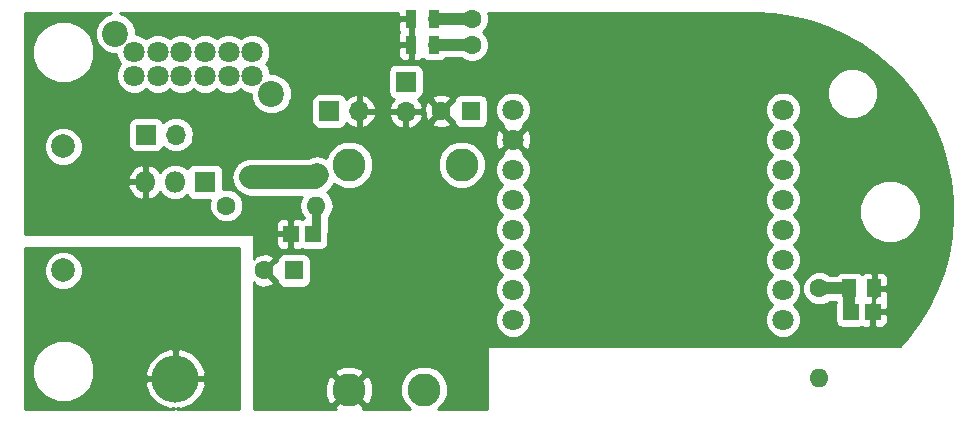
<source format=gbr>
G04 #@! TF.GenerationSoftware,KiCad,Pcbnew,5.0.0-rc2-unknown-9302bbc~65~ubuntu16.04.1*
G04 #@! TF.CreationDate,2018-06-15T14:22:43+03:00*
G04 #@! TF.ProjectId,cranklight,6372616E6B6C696768742E6B69636164,rev?*
G04 #@! TF.SameCoordinates,Original*
G04 #@! TF.FileFunction,Copper,L1,Top,Signal*
G04 #@! TF.FilePolarity,Positive*
%FSLAX46Y46*%
G04 Gerber Fmt 4.6, Leading zero omitted, Abs format (unit mm)*
G04 Created by KiCad (PCBNEW 5.0.0-rc2-unknown-9302bbc~65~ubuntu16.04.1) date Fri Jun 15 14:22:43 2018*
%MOMM*%
%LPD*%
G01*
G04 APERTURE LIST*
G04 #@! TA.AperFunction,ComponentPad*
%ADD10C,2.000000*%
G04 #@! TD*
G04 #@! TA.AperFunction,ComponentPad*
%ADD11O,1.700000X1.700000*%
G04 #@! TD*
G04 #@! TA.AperFunction,ComponentPad*
%ADD12R,1.700000X1.700000*%
G04 #@! TD*
G04 #@! TA.AperFunction,SMDPad,CuDef*
%ADD13R,1.325000X1.400000*%
G04 #@! TD*
G04 #@! TA.AperFunction,ComponentPad*
%ADD14O,1.800000X1.800000*%
G04 #@! TD*
G04 #@! TA.AperFunction,ComponentPad*
%ADD15R,1.800000X1.800000*%
G04 #@! TD*
G04 #@! TA.AperFunction,ComponentPad*
%ADD16O,4.000000X4.000000*%
G04 #@! TD*
G04 #@! TA.AperFunction,SMDPad,CuDef*
%ADD17R,0.970000X1.500000*%
G04 #@! TD*
G04 #@! TA.AperFunction,ComponentPad*
%ADD18C,2.200000*%
G04 #@! TD*
G04 #@! TA.AperFunction,ComponentPad*
%ADD19C,1.800000*%
G04 #@! TD*
G04 #@! TA.AperFunction,ComponentPad*
%ADD20C,2.800000*%
G04 #@! TD*
G04 #@! TA.AperFunction,ComponentPad*
%ADD21O,1.600000X1.600000*%
G04 #@! TD*
G04 #@! TA.AperFunction,ComponentPad*
%ADD22C,1.600000*%
G04 #@! TD*
G04 #@! TA.AperFunction,ComponentPad*
%ADD23R,1.600000X1.600000*%
G04 #@! TD*
G04 #@! TA.AperFunction,SMDPad,CuDef*
%ADD24R,1.145000X1.500000*%
G04 #@! TD*
G04 #@! TA.AperFunction,ViaPad*
%ADD25C,1.600000*%
G04 #@! TD*
G04 #@! TA.AperFunction,Conductor*
%ADD26C,0.800000*%
G04 #@! TD*
G04 #@! TA.AperFunction,Conductor*
%ADD27C,1.000000*%
G04 #@! TD*
G04 #@! TA.AperFunction,Conductor*
%ADD28C,2.000000*%
G04 #@! TD*
G04 #@! TA.AperFunction,Conductor*
%ADD29C,0.254000*%
G04 #@! TD*
G04 APERTURE END LIST*
D10*
G04 #@! TO.P,F1,2*
G04 #@! TO.N,+5V*
X104000000Y-122500000D03*
G04 #@! TO.P,F1,1*
G04 #@! TO.N,Net-(C4-Pad1)*
X104000000Y-112000000D03*
G04 #@! TD*
D11*
G04 #@! TO.P,J3,2*
G04 #@! TO.N,GND*
X129040000Y-109000000D03*
D12*
G04 #@! TO.P,J3,1*
G04 #@! TO.N,+BATT*
X126500000Y-109000000D03*
G04 #@! TD*
D13*
G04 #@! TO.P,R2,2*
G04 #@! TO.N,Net-(C1-Pad1)*
X170662500Y-126000000D03*
G04 #@! TO.P,R2,1*
G04 #@! TO.N,GND*
X172537500Y-126000000D03*
G04 #@! TD*
G04 #@! TO.P,R4,1*
G04 #@! TO.N,GND*
X123262500Y-119400000D03*
G04 #@! TO.P,R4,2*
G04 #@! TO.N,Net-(R3-Pad2)*
X125137500Y-119400000D03*
G04 #@! TD*
D14*
G04 #@! TO.P,Q1,3*
G04 #@! TO.N,GND*
X110920000Y-115000000D03*
G04 #@! TO.P,Q1,2*
G04 #@! TO.N,Net-(J2-Pad2)*
X113460000Y-115000000D03*
D15*
G04 #@! TO.P,Q1,1*
G04 #@! TO.N,Net-(Q1-Pad1)*
X116000000Y-115000000D03*
D16*
G04 #@! TO.P,Q1,2*
G04 #@! TO.N,Net-(J2-Pad2)*
X113460000Y-131660000D03*
G04 #@! TD*
D17*
G04 #@! TO.P,D1,2*
G04 #@! TO.N,Net-(D1-Pad2)*
X135355000Y-103400000D03*
G04 #@! TO.P,D1,1*
G04 #@! TO.N,GND*
X133445000Y-103400000D03*
G04 #@! TD*
G04 #@! TO.P,D2,1*
G04 #@! TO.N,GND*
X133445000Y-101200000D03*
G04 #@! TO.P,D2,2*
G04 #@! TO.N,Net-(D2-Pad2)*
X135355000Y-101200000D03*
G04 #@! TD*
D18*
G04 #@! TO.P,SW1,0*
G04 #@! TO.N,N/C*
X121600000Y-107550000D03*
X108400000Y-102450000D03*
D19*
G04 #@! TO.P,SW1,8*
X112000000Y-106000000D03*
G04 #@! TO.P,SW1,1*
X120000000Y-104000000D03*
G04 #@! TO.P,SW1,7*
X110000000Y-106000000D03*
G04 #@! TO.P,SW1,6*
G04 #@! TO.N,Net-(SW1-Pad6)*
X110000000Y-104000000D03*
G04 #@! TO.P,SW1,5*
G04 #@! TO.N,Net-(SW1-Pad5)*
X112000000Y-104000000D03*
G04 #@! TO.P,SW1,4*
G04 #@! TO.N,Net-(SW1-Pad4)*
X114000000Y-104000000D03*
G04 #@! TO.P,SW1,3*
G04 #@! TO.N,N/C*
X116000000Y-104000000D03*
G04 #@! TO.P,SW1,2*
X118000000Y-104000000D03*
G04 #@! TO.P,SW1,9*
X114000000Y-106000000D03*
G04 #@! TO.P,SW1,10*
G04 #@! TO.N,Net-(SW1-Pad10)*
X116000000Y-106000000D03*
G04 #@! TO.P,SW1,11*
G04 #@! TO.N,VCC*
X118000000Y-106000000D03*
G04 #@! TO.P,SW1,12*
G04 #@! TO.N,+BATT*
X120000000Y-106000000D03*
G04 #@! TD*
D20*
G04 #@! TO.P,U2,1*
G04 #@! TO.N,GND*
X128200000Y-132600000D03*
G04 #@! TO.P,U2,2*
G04 #@! TO.N,VCC*
X134540000Y-132600000D03*
G04 #@! TO.P,U2,3*
G04 #@! TO.N,Net-(U2-Pad3)*
X137720000Y-113540000D03*
G04 #@! TO.P,U2,4*
G04 #@! TO.N,+5V*
X128200000Y-113540000D03*
G04 #@! TD*
D21*
G04 #@! TO.P,R1,2*
G04 #@! TO.N,VCC*
X168000000Y-131620000D03*
D22*
G04 #@! TO.P,R1,1*
G04 #@! TO.N,Net-(C1-Pad1)*
X168000000Y-124000000D03*
G04 #@! TD*
G04 #@! TO.P,C5,2*
G04 #@! TO.N,GND*
X136000000Y-109000000D03*
D23*
G04 #@! TO.P,C5,1*
G04 #@! TO.N,+5V*
X138500000Y-109000000D03*
G04 #@! TD*
D21*
G04 #@! TO.P,R3,2*
G04 #@! TO.N,Net-(R3-Pad2)*
X125420000Y-117000000D03*
D22*
G04 #@! TO.P,R3,1*
G04 #@! TO.N,Net-(Q1-Pad1)*
X117800000Y-117000000D03*
G04 #@! TD*
G04 #@! TO.P,C3,2*
G04 #@! TO.N,GND*
X121000000Y-122500000D03*
D23*
G04 #@! TO.P,C3,1*
G04 #@! TO.N,VCC*
X123500000Y-122500000D03*
G04 #@! TD*
D12*
G04 #@! TO.P,J2,1*
G04 #@! TO.N,Net-(C4-Pad1)*
X111000000Y-111000000D03*
D11*
G04 #@! TO.P,J2,2*
G04 #@! TO.N,Net-(J2-Pad2)*
X113540000Y-111000000D03*
G04 #@! TD*
D12*
G04 #@! TO.P,J1,1*
G04 #@! TO.N,+BATT*
X133000000Y-106500000D03*
D11*
G04 #@! TO.P,J1,2*
G04 #@! TO.N,GND*
X133000000Y-109040000D03*
G04 #@! TD*
D24*
G04 #@! TO.P,C1,1*
G04 #@! TO.N,Net-(C1-Pad1)*
X170557500Y-124000000D03*
G04 #@! TO.P,C1,2*
G04 #@! TO.N,GND*
X172642500Y-124000000D03*
G04 #@! TD*
D19*
G04 #@! TO.P,U1,8*
G04 #@! TO.N,Net-(U1-Pad8)*
X142070000Y-126660000D03*
G04 #@! TO.P,U1,7*
G04 #@! TO.N,Net-(U1-Pad7)*
X142070000Y-124120000D03*
G04 #@! TO.P,U1,6*
G04 #@! TO.N,Net-(U1-Pad6)*
X142070000Y-121580000D03*
G04 #@! TO.P,U1,5*
G04 #@! TO.N,Net-(U1-Pad5)*
X142070000Y-119040000D03*
G04 #@! TO.P,U1,4*
G04 #@! TO.N,Net-(R6-Pad2)*
X142070000Y-116500000D03*
G04 #@! TO.P,U1,3*
G04 #@! TO.N,Net-(R5-Pad2)*
X142070000Y-113960000D03*
G04 #@! TO.P,U1,2*
G04 #@! TO.N,GND*
X142070000Y-111420000D03*
G04 #@! TO.P,U1,1*
G04 #@! TO.N,+5V*
X142070000Y-108880000D03*
G04 #@! TO.P,U1,16*
G04 #@! TO.N,Net-(U1-Pad16)*
X164930000Y-108880000D03*
G04 #@! TO.P,U1,15*
G04 #@! TO.N,Net-(U1-Pad15)*
X164930000Y-111420000D03*
G04 #@! TO.P,U1,14*
G04 #@! TO.N,Net-(U1-Pad14)*
X164930000Y-113960000D03*
G04 #@! TO.P,U1,13*
G04 #@! TO.N,Net-(U1-Pad13)*
X164930000Y-116500000D03*
G04 #@! TO.P,U1,12*
G04 #@! TO.N,Net-(U1-Pad12)*
X164930000Y-119040000D03*
G04 #@! TO.P,U1,11*
G04 #@! TO.N,Net-(R3-Pad2)*
X164930000Y-121580000D03*
G04 #@! TO.P,U1,10*
G04 #@! TO.N,Net-(C1-Pad1)*
X164930000Y-124120000D03*
G04 #@! TO.P,U1,9*
G04 #@! TO.N,Net-(U1-Pad9)*
X164930000Y-126660000D03*
G04 #@! TD*
D25*
G04 #@! TO.N,GND*
X146200000Y-111000000D03*
X131000000Y-132500000D03*
G04 #@! TO.N,+5V*
X119900000Y-114600000D03*
X125500000Y-114400000D03*
G04 #@! TO.N,Net-(D2-Pad2)*
X138600000Y-101200000D03*
G04 #@! TO.N,Net-(D1-Pad2)*
X138600000Y-103400000D03*
G04 #@! TD*
D26*
G04 #@! TO.N,Net-(R3-Pad2)*
X125420000Y-117000000D02*
X125420000Y-119222500D01*
X125420000Y-119222500D02*
X125242500Y-119400000D01*
D27*
G04 #@! TO.N,Net-(C1-Pad1)*
X170557500Y-126000000D02*
X170557500Y-124000000D01*
X168100000Y-124000000D02*
X170557500Y-124000000D01*
D28*
G04 #@! TO.N,+5V*
X119900000Y-114600000D02*
X125300000Y-114600000D01*
X125300000Y-114600000D02*
X125500000Y-114400000D01*
D27*
G04 #@! TO.N,Net-(D2-Pad2)*
X138600000Y-101200000D02*
X135355000Y-101200000D01*
G04 #@! TO.N,Net-(D1-Pad2)*
X138600000Y-103400000D02*
X135355000Y-103400000D01*
G04 #@! TD*
D29*
G04 #@! TO.N,Net-(J2-Pad2)*
G36*
X118873000Y-134265000D02*
X113587002Y-134265000D01*
X113587002Y-134133194D01*
X113997163Y-134239672D01*
X114943472Y-133837743D01*
X115663936Y-133104272D01*
X116039667Y-132197162D01*
X115932991Y-131787000D01*
X113587000Y-131787000D01*
X113587000Y-131807000D01*
X113333000Y-131807000D01*
X113333000Y-131787000D01*
X110987009Y-131787000D01*
X110880333Y-132197162D01*
X111256064Y-133104272D01*
X111976528Y-133837743D01*
X112922837Y-134239672D01*
X113332998Y-134133194D01*
X113332998Y-134265000D01*
X100735000Y-134265000D01*
X100735000Y-130475866D01*
X101365000Y-130475866D01*
X101365000Y-131524134D01*
X101766155Y-132492608D01*
X102507392Y-133233845D01*
X103475866Y-133635000D01*
X104524134Y-133635000D01*
X105492608Y-133233845D01*
X106233845Y-132492608D01*
X106635000Y-131524134D01*
X106635000Y-131122838D01*
X110880333Y-131122838D01*
X110987009Y-131533000D01*
X113333000Y-131533000D01*
X113333000Y-129186807D01*
X113587000Y-129186807D01*
X113587000Y-131533000D01*
X115932991Y-131533000D01*
X116039667Y-131122838D01*
X115663936Y-130215728D01*
X114943472Y-129482257D01*
X113997163Y-129080328D01*
X113587000Y-129186807D01*
X113333000Y-129186807D01*
X112922837Y-129080328D01*
X111976528Y-129482257D01*
X111256064Y-130215728D01*
X110880333Y-131122838D01*
X106635000Y-131122838D01*
X106635000Y-130475866D01*
X106233845Y-129507392D01*
X105492608Y-128766155D01*
X104524134Y-128365000D01*
X103475866Y-128365000D01*
X102507392Y-128766155D01*
X101766155Y-129507392D01*
X101365000Y-130475866D01*
X100735000Y-130475866D01*
X100735000Y-122174778D01*
X102365000Y-122174778D01*
X102365000Y-122825222D01*
X102613914Y-123426153D01*
X103073847Y-123886086D01*
X103674778Y-124135000D01*
X104325222Y-124135000D01*
X104926153Y-123886086D01*
X105386086Y-123426153D01*
X105635000Y-122825222D01*
X105635000Y-122174778D01*
X105386086Y-121573847D01*
X104926153Y-121113914D01*
X104325222Y-120865000D01*
X103674778Y-120865000D01*
X103073847Y-121113914D01*
X102613914Y-121573847D01*
X102365000Y-122174778D01*
X100735000Y-122174778D01*
X100735000Y-120627000D01*
X118873000Y-120627000D01*
X118873000Y-134265000D01*
X118873000Y-134265000D01*
G37*
X118873000Y-134265000D02*
X113587002Y-134265000D01*
X113587002Y-134133194D01*
X113997163Y-134239672D01*
X114943472Y-133837743D01*
X115663936Y-133104272D01*
X116039667Y-132197162D01*
X115932991Y-131787000D01*
X113587000Y-131787000D01*
X113587000Y-131807000D01*
X113333000Y-131807000D01*
X113333000Y-131787000D01*
X110987009Y-131787000D01*
X110880333Y-132197162D01*
X111256064Y-133104272D01*
X111976528Y-133837743D01*
X112922837Y-134239672D01*
X113332998Y-134133194D01*
X113332998Y-134265000D01*
X100735000Y-134265000D01*
X100735000Y-130475866D01*
X101365000Y-130475866D01*
X101365000Y-131524134D01*
X101766155Y-132492608D01*
X102507392Y-133233845D01*
X103475866Y-133635000D01*
X104524134Y-133635000D01*
X105492608Y-133233845D01*
X106233845Y-132492608D01*
X106635000Y-131524134D01*
X106635000Y-131122838D01*
X110880333Y-131122838D01*
X110987009Y-131533000D01*
X113333000Y-131533000D01*
X113333000Y-129186807D01*
X113587000Y-129186807D01*
X113587000Y-131533000D01*
X115932991Y-131533000D01*
X116039667Y-131122838D01*
X115663936Y-130215728D01*
X114943472Y-129482257D01*
X113997163Y-129080328D01*
X113587000Y-129186807D01*
X113333000Y-129186807D01*
X112922837Y-129080328D01*
X111976528Y-129482257D01*
X111256064Y-130215728D01*
X110880333Y-131122838D01*
X106635000Y-131122838D01*
X106635000Y-130475866D01*
X106233845Y-129507392D01*
X105492608Y-128766155D01*
X104524134Y-128365000D01*
X103475866Y-128365000D01*
X102507392Y-128766155D01*
X101766155Y-129507392D01*
X101365000Y-130475866D01*
X100735000Y-130475866D01*
X100735000Y-122174778D01*
X102365000Y-122174778D01*
X102365000Y-122825222D01*
X102613914Y-123426153D01*
X103073847Y-123886086D01*
X103674778Y-124135000D01*
X104325222Y-124135000D01*
X104926153Y-123886086D01*
X105386086Y-123426153D01*
X105635000Y-122825222D01*
X105635000Y-122174778D01*
X105386086Y-121573847D01*
X104926153Y-121113914D01*
X104325222Y-120865000D01*
X103674778Y-120865000D01*
X103073847Y-121113914D01*
X102613914Y-121573847D01*
X102365000Y-122174778D01*
X100735000Y-122174778D01*
X100735000Y-120627000D01*
X118873000Y-120627000D01*
X118873000Y-134265000D01*
G04 #@! TO.N,GND*
G36*
X164080004Y-100785301D02*
X165645984Y-101008172D01*
X167184041Y-101377428D01*
X168680527Y-101889788D01*
X170122140Y-102540702D01*
X171496109Y-103324400D01*
X172790227Y-104233921D01*
X173993008Y-105261194D01*
X175093769Y-106397090D01*
X176082759Y-107631553D01*
X176951179Y-108953596D01*
X177691334Y-110351505D01*
X178296643Y-111812851D01*
X178761747Y-113324693D01*
X179082508Y-114873590D01*
X179256082Y-116445799D01*
X179280927Y-118027360D01*
X179156824Y-119604239D01*
X178884871Y-121162455D01*
X178467487Y-122688157D01*
X177908376Y-124167801D01*
X177212497Y-125588264D01*
X176386026Y-126936943D01*
X175436312Y-128201844D01*
X174825607Y-128873000D01*
X140000000Y-128873000D01*
X139951399Y-128882667D01*
X139910197Y-128910197D01*
X139882667Y-128951399D01*
X139873000Y-129000000D01*
X139873000Y-134265000D01*
X135752925Y-134265000D01*
X136265190Y-133752735D01*
X136575000Y-133004787D01*
X136575000Y-132195213D01*
X136265190Y-131447265D01*
X135692735Y-130874810D01*
X134944787Y-130565000D01*
X134135213Y-130565000D01*
X133387265Y-130874810D01*
X132814810Y-131447265D01*
X132505000Y-132195213D01*
X132505000Y-133004787D01*
X132814810Y-133752735D01*
X133327075Y-134265000D01*
X129355272Y-134265000D01*
X129462118Y-134041724D01*
X128200000Y-132779605D01*
X126937882Y-134041724D01*
X127044728Y-134265000D01*
X120127000Y-134265000D01*
X120127000Y-132240031D01*
X126156595Y-132240031D01*
X126174386Y-133049409D01*
X126449894Y-133714545D01*
X126758276Y-133862118D01*
X128020395Y-132600000D01*
X128379605Y-132600000D01*
X129641724Y-133862118D01*
X129950106Y-133714545D01*
X130243405Y-132959969D01*
X130225614Y-132150591D01*
X129950106Y-131485455D01*
X129641724Y-131337882D01*
X128379605Y-132600000D01*
X128020395Y-132600000D01*
X126758276Y-131337882D01*
X126449894Y-131485455D01*
X126156595Y-132240031D01*
X120127000Y-132240031D01*
X120127000Y-131158276D01*
X126937882Y-131158276D01*
X128200000Y-132420395D01*
X129462118Y-131158276D01*
X129314545Y-130849894D01*
X128559969Y-130556595D01*
X127750591Y-130574386D01*
X127085455Y-130849894D01*
X126937882Y-131158276D01*
X120127000Y-131158276D01*
X120127000Y-123552608D01*
X120171861Y-123507747D01*
X120245995Y-123753864D01*
X120783223Y-123946965D01*
X121353454Y-123919778D01*
X121754005Y-123753864D01*
X121828139Y-123507745D01*
X121000000Y-122679605D01*
X120985858Y-122693748D01*
X120806252Y-122514142D01*
X120820395Y-122500000D01*
X121179605Y-122500000D01*
X122007745Y-123328139D01*
X122055307Y-123313813D01*
X122101843Y-123547765D01*
X122242191Y-123757809D01*
X122452235Y-123898157D01*
X122700000Y-123947440D01*
X124300000Y-123947440D01*
X124547765Y-123898157D01*
X124757809Y-123757809D01*
X124898157Y-123547765D01*
X124947440Y-123300000D01*
X124947440Y-121700000D01*
X124898157Y-121452235D01*
X124757809Y-121242191D01*
X124547765Y-121101843D01*
X124300000Y-121052560D01*
X122700000Y-121052560D01*
X122452235Y-121101843D01*
X122242191Y-121242191D01*
X122101843Y-121452235D01*
X122055307Y-121686187D01*
X122007745Y-121671861D01*
X121179605Y-122500000D01*
X120820395Y-122500000D01*
X120806252Y-122485858D01*
X120985858Y-122306252D01*
X121000000Y-122320395D01*
X121828139Y-121492255D01*
X121754005Y-121246136D01*
X121216777Y-121053035D01*
X120646546Y-121080222D01*
X120245995Y-121246136D01*
X120171861Y-121492253D01*
X120127000Y-121447392D01*
X120127000Y-119685750D01*
X121965000Y-119685750D01*
X121965000Y-120226310D01*
X122061673Y-120459699D01*
X122240302Y-120638327D01*
X122473691Y-120735000D01*
X122976750Y-120735000D01*
X123135500Y-120576250D01*
X123135500Y-119527000D01*
X122123750Y-119527000D01*
X121965000Y-119685750D01*
X120127000Y-119685750D01*
X120127000Y-119500000D01*
X120117333Y-119451399D01*
X120089803Y-119410197D01*
X120048601Y-119382667D01*
X120000000Y-119373000D01*
X100735000Y-119373000D01*
X100735000Y-118573690D01*
X121965000Y-118573690D01*
X121965000Y-119114250D01*
X122123750Y-119273000D01*
X123135500Y-119273000D01*
X123135500Y-118223750D01*
X122976750Y-118065000D01*
X122473691Y-118065000D01*
X122240302Y-118161673D01*
X122061673Y-118340301D01*
X121965000Y-118573690D01*
X100735000Y-118573690D01*
X100735000Y-115364740D01*
X109428964Y-115364740D01*
X109607760Y-115796417D01*
X110012424Y-116237966D01*
X110555258Y-116491046D01*
X110793000Y-116370997D01*
X110793000Y-115127000D01*
X109549622Y-115127000D01*
X109428964Y-115364740D01*
X100735000Y-115364740D01*
X100735000Y-114635260D01*
X109428964Y-114635260D01*
X109549622Y-114873000D01*
X110793000Y-114873000D01*
X110793000Y-113629003D01*
X111047000Y-113629003D01*
X111047000Y-114873000D01*
X111067000Y-114873000D01*
X111067000Y-115127000D01*
X111047000Y-115127000D01*
X111047000Y-116370997D01*
X111284742Y-116491046D01*
X111827576Y-116237966D01*
X112182376Y-115850826D01*
X112353327Y-116106673D01*
X112861073Y-116445938D01*
X113308818Y-116535000D01*
X113611182Y-116535000D01*
X114058927Y-116445938D01*
X114502871Y-116149304D01*
X114642191Y-116357809D01*
X114852235Y-116498157D01*
X115100000Y-116547440D01*
X116434224Y-116547440D01*
X116365000Y-116714561D01*
X116365000Y-117285439D01*
X116583466Y-117812862D01*
X116987138Y-118216534D01*
X117514561Y-118435000D01*
X118085439Y-118435000D01*
X118612862Y-118216534D01*
X119016534Y-117812862D01*
X119235000Y-117285439D01*
X119235000Y-116714561D01*
X119016534Y-116187138D01*
X118612862Y-115783466D01*
X118085439Y-115565000D01*
X117547440Y-115565000D01*
X117547440Y-114600000D01*
X118232969Y-114600000D01*
X118359864Y-115237945D01*
X118721231Y-115778769D01*
X119262055Y-116140136D01*
X119738969Y-116235000D01*
X124205297Y-116235000D01*
X124068260Y-116440091D01*
X123956887Y-117000000D01*
X124068260Y-117559909D01*
X124385000Y-118033945D01*
X124385000Y-118070462D01*
X124227235Y-118101843D01*
X124193950Y-118124084D01*
X124051309Y-118065000D01*
X123548250Y-118065000D01*
X123389500Y-118223750D01*
X123389500Y-119273000D01*
X123409500Y-119273000D01*
X123409500Y-119527000D01*
X123389500Y-119527000D01*
X123389500Y-120576250D01*
X123548250Y-120735000D01*
X124051309Y-120735000D01*
X124193950Y-120675916D01*
X124227235Y-120698157D01*
X124475000Y-120747440D01*
X125800000Y-120747440D01*
X126047765Y-120698157D01*
X126257809Y-120557809D01*
X126398157Y-120347765D01*
X126447440Y-120100000D01*
X126447440Y-119362442D01*
X126455000Y-119324435D01*
X126455000Y-119324434D01*
X126475276Y-119222500D01*
X126455000Y-119120566D01*
X126455000Y-118033944D01*
X126771740Y-117559909D01*
X126883113Y-117000000D01*
X126771740Y-116440091D01*
X126454577Y-115965423D01*
X126326999Y-115880178D01*
X126478769Y-115778769D01*
X126569988Y-115642250D01*
X126769985Y-115442253D01*
X126951970Y-115169895D01*
X127047265Y-115265190D01*
X127795213Y-115575000D01*
X128604787Y-115575000D01*
X129352735Y-115265190D01*
X129925190Y-114692735D01*
X130235000Y-113944787D01*
X130235000Y-113135213D01*
X135685000Y-113135213D01*
X135685000Y-113944787D01*
X135994810Y-114692735D01*
X136567265Y-115265190D01*
X137315213Y-115575000D01*
X138124787Y-115575000D01*
X138872735Y-115265190D01*
X139445190Y-114692735D01*
X139755000Y-113944787D01*
X139755000Y-113654670D01*
X140535000Y-113654670D01*
X140535000Y-114265330D01*
X140768690Y-114829507D01*
X141169183Y-115230000D01*
X140768690Y-115630493D01*
X140535000Y-116194670D01*
X140535000Y-116805330D01*
X140768690Y-117369507D01*
X141169183Y-117770000D01*
X140768690Y-118170493D01*
X140535000Y-118734670D01*
X140535000Y-119345330D01*
X140768690Y-119909507D01*
X141169183Y-120310000D01*
X140768690Y-120710493D01*
X140535000Y-121274670D01*
X140535000Y-121885330D01*
X140768690Y-122449507D01*
X141169183Y-122850000D01*
X140768690Y-123250493D01*
X140535000Y-123814670D01*
X140535000Y-124425330D01*
X140768690Y-124989507D01*
X141169183Y-125390000D01*
X140768690Y-125790493D01*
X140535000Y-126354670D01*
X140535000Y-126965330D01*
X140768690Y-127529507D01*
X141200493Y-127961310D01*
X141764670Y-128195000D01*
X142375330Y-128195000D01*
X142939507Y-127961310D01*
X143371310Y-127529507D01*
X143605000Y-126965330D01*
X143605000Y-126354670D01*
X143371310Y-125790493D01*
X142970817Y-125390000D01*
X143371310Y-124989507D01*
X143605000Y-124425330D01*
X143605000Y-123814670D01*
X143371310Y-123250493D01*
X142970817Y-122850000D01*
X143371310Y-122449507D01*
X143605000Y-121885330D01*
X143605000Y-121274670D01*
X143371310Y-120710493D01*
X142970817Y-120310000D01*
X143371310Y-119909507D01*
X143605000Y-119345330D01*
X143605000Y-118734670D01*
X143371310Y-118170493D01*
X142970817Y-117770000D01*
X143371310Y-117369507D01*
X143605000Y-116805330D01*
X143605000Y-116194670D01*
X143371310Y-115630493D01*
X142970817Y-115230000D01*
X143371310Y-114829507D01*
X143605000Y-114265330D01*
X143605000Y-113654670D01*
X143371310Y-113090493D01*
X142939507Y-112658690D01*
X142919885Y-112650562D01*
X142970554Y-112500159D01*
X142070000Y-111599605D01*
X141169446Y-112500159D01*
X141220115Y-112650562D01*
X141200493Y-112658690D01*
X140768690Y-113090493D01*
X140535000Y-113654670D01*
X139755000Y-113654670D01*
X139755000Y-113135213D01*
X139445190Y-112387265D01*
X138872735Y-111814810D01*
X138124787Y-111505000D01*
X137315213Y-111505000D01*
X136567265Y-111814810D01*
X135994810Y-112387265D01*
X135685000Y-113135213D01*
X130235000Y-113135213D01*
X129925190Y-112387265D01*
X129352735Y-111814810D01*
X128604787Y-111505000D01*
X127795213Y-111505000D01*
X127047265Y-111814810D01*
X126474810Y-112387265D01*
X126248465Y-112933711D01*
X126137945Y-112859864D01*
X125500000Y-112732969D01*
X124862055Y-112859864D01*
X124704708Y-112965000D01*
X119738969Y-112965000D01*
X119262055Y-113059864D01*
X118721231Y-113421231D01*
X118359864Y-113962055D01*
X118232969Y-114600000D01*
X117547440Y-114600000D01*
X117547440Y-114100000D01*
X117498157Y-113852235D01*
X117357809Y-113642191D01*
X117147765Y-113501843D01*
X116900000Y-113452560D01*
X115100000Y-113452560D01*
X114852235Y-113501843D01*
X114642191Y-113642191D01*
X114502871Y-113850696D01*
X114058927Y-113554062D01*
X113611182Y-113465000D01*
X113308818Y-113465000D01*
X112861073Y-113554062D01*
X112353327Y-113893327D01*
X112182376Y-114149174D01*
X111827576Y-113762034D01*
X111284742Y-113508954D01*
X111047000Y-113629003D01*
X110793000Y-113629003D01*
X110555258Y-113508954D01*
X110012424Y-113762034D01*
X109607760Y-114203583D01*
X109428964Y-114635260D01*
X100735000Y-114635260D01*
X100735000Y-111674778D01*
X102365000Y-111674778D01*
X102365000Y-112325222D01*
X102613914Y-112926153D01*
X103073847Y-113386086D01*
X103674778Y-113635000D01*
X104325222Y-113635000D01*
X104926153Y-113386086D01*
X105386086Y-112926153D01*
X105635000Y-112325222D01*
X105635000Y-111674778D01*
X105386086Y-111073847D01*
X104926153Y-110613914D01*
X104325222Y-110365000D01*
X103674778Y-110365000D01*
X103073847Y-110613914D01*
X102613914Y-111073847D01*
X102365000Y-111674778D01*
X100735000Y-111674778D01*
X100735000Y-110150000D01*
X109502560Y-110150000D01*
X109502560Y-111850000D01*
X109551843Y-112097765D01*
X109692191Y-112307809D01*
X109902235Y-112448157D01*
X110150000Y-112497440D01*
X111850000Y-112497440D01*
X112097765Y-112448157D01*
X112307809Y-112307809D01*
X112448157Y-112097765D01*
X112457184Y-112052381D01*
X112469375Y-112070625D01*
X112960582Y-112398839D01*
X113393744Y-112485000D01*
X113686256Y-112485000D01*
X114119418Y-112398839D01*
X114610625Y-112070625D01*
X114938839Y-111579418D01*
X115018419Y-111179336D01*
X140523542Y-111179336D01*
X140549161Y-111789460D01*
X140733357Y-112234148D01*
X140989841Y-112320554D01*
X141890395Y-111420000D01*
X142249605Y-111420000D01*
X143150159Y-112320554D01*
X143406643Y-112234148D01*
X143616458Y-111660664D01*
X143590839Y-111050540D01*
X143406643Y-110605852D01*
X143150159Y-110519446D01*
X142249605Y-111420000D01*
X141890395Y-111420000D01*
X140989841Y-110519446D01*
X140733357Y-110605852D01*
X140523542Y-111179336D01*
X115018419Y-111179336D01*
X115054092Y-111000000D01*
X114938839Y-110420582D01*
X114610625Y-109929375D01*
X114119418Y-109601161D01*
X113686256Y-109515000D01*
X113393744Y-109515000D01*
X112960582Y-109601161D01*
X112469375Y-109929375D01*
X112457184Y-109947619D01*
X112448157Y-109902235D01*
X112307809Y-109692191D01*
X112097765Y-109551843D01*
X111850000Y-109502560D01*
X110150000Y-109502560D01*
X109902235Y-109551843D01*
X109692191Y-109692191D01*
X109551843Y-109902235D01*
X109502560Y-110150000D01*
X100735000Y-110150000D01*
X100735000Y-103475866D01*
X101365000Y-103475866D01*
X101365000Y-104524134D01*
X101766155Y-105492608D01*
X102507392Y-106233845D01*
X103475866Y-106635000D01*
X104524134Y-106635000D01*
X105492608Y-106233845D01*
X106233845Y-105492608D01*
X106635000Y-104524134D01*
X106635000Y-103475866D01*
X106233845Y-102507392D01*
X105492608Y-101766155D01*
X104524134Y-101365000D01*
X103475866Y-101365000D01*
X102507392Y-101766155D01*
X101766155Y-102507392D01*
X101365000Y-103475866D01*
X100735000Y-103475866D01*
X100735000Y-100735000D01*
X108006603Y-100735000D01*
X107417201Y-100979138D01*
X106929138Y-101467201D01*
X106665000Y-102104887D01*
X106665000Y-102795113D01*
X106929138Y-103432799D01*
X107417201Y-103920862D01*
X108054887Y-104185000D01*
X108465000Y-104185000D01*
X108465000Y-104305330D01*
X108698690Y-104869507D01*
X108829183Y-105000000D01*
X108698690Y-105130493D01*
X108465000Y-105694670D01*
X108465000Y-106305330D01*
X108698690Y-106869507D01*
X109130493Y-107301310D01*
X109694670Y-107535000D01*
X110305330Y-107535000D01*
X110869507Y-107301310D01*
X111000000Y-107170817D01*
X111130493Y-107301310D01*
X111694670Y-107535000D01*
X112305330Y-107535000D01*
X112869507Y-107301310D01*
X113000000Y-107170817D01*
X113130493Y-107301310D01*
X113694670Y-107535000D01*
X114305330Y-107535000D01*
X114869507Y-107301310D01*
X115000000Y-107170817D01*
X115130493Y-107301310D01*
X115694670Y-107535000D01*
X116305330Y-107535000D01*
X116869507Y-107301310D01*
X117000000Y-107170817D01*
X117130493Y-107301310D01*
X117694670Y-107535000D01*
X118305330Y-107535000D01*
X118869507Y-107301310D01*
X119000000Y-107170817D01*
X119130493Y-107301310D01*
X119694670Y-107535000D01*
X119865000Y-107535000D01*
X119865000Y-107895113D01*
X120129138Y-108532799D01*
X120617201Y-109020862D01*
X121254887Y-109285000D01*
X121945113Y-109285000D01*
X122582799Y-109020862D01*
X123070862Y-108532799D01*
X123229422Y-108150000D01*
X125002560Y-108150000D01*
X125002560Y-109850000D01*
X125051843Y-110097765D01*
X125192191Y-110307809D01*
X125402235Y-110448157D01*
X125650000Y-110497440D01*
X127350000Y-110497440D01*
X127597765Y-110448157D01*
X127807809Y-110307809D01*
X127948157Y-110097765D01*
X127968739Y-109994292D01*
X128273076Y-110271645D01*
X128683110Y-110441476D01*
X128913000Y-110320155D01*
X128913000Y-109127000D01*
X129167000Y-109127000D01*
X129167000Y-110320155D01*
X129396890Y-110441476D01*
X129806924Y-110271645D01*
X130235183Y-109881358D01*
X130462701Y-109396890D01*
X131558524Y-109396890D01*
X131728355Y-109806924D01*
X132118642Y-110235183D01*
X132643108Y-110481486D01*
X132873000Y-110360819D01*
X132873000Y-109167000D01*
X133127000Y-109167000D01*
X133127000Y-110360819D01*
X133356892Y-110481486D01*
X133881358Y-110235183D01*
X134088629Y-110007745D01*
X135171861Y-110007745D01*
X135245995Y-110253864D01*
X135783223Y-110446965D01*
X136353454Y-110419778D01*
X136754005Y-110253864D01*
X136828139Y-110007745D01*
X136000000Y-109179605D01*
X135171861Y-110007745D01*
X134088629Y-110007745D01*
X134271645Y-109806924D01*
X134441476Y-109396890D01*
X134320155Y-109167000D01*
X133127000Y-109167000D01*
X132873000Y-109167000D01*
X131679845Y-109167000D01*
X131558524Y-109396890D01*
X130462701Y-109396890D01*
X130481486Y-109356892D01*
X130360819Y-109127000D01*
X129167000Y-109127000D01*
X128913000Y-109127000D01*
X128893000Y-109127000D01*
X128893000Y-108873000D01*
X128913000Y-108873000D01*
X128913000Y-107679845D01*
X129167000Y-107679845D01*
X129167000Y-108873000D01*
X130360819Y-108873000D01*
X130481486Y-108643108D01*
X130235183Y-108118642D01*
X129806924Y-107728355D01*
X129396890Y-107558524D01*
X129167000Y-107679845D01*
X128913000Y-107679845D01*
X128683110Y-107558524D01*
X128273076Y-107728355D01*
X127968739Y-108005708D01*
X127948157Y-107902235D01*
X127807809Y-107692191D01*
X127597765Y-107551843D01*
X127350000Y-107502560D01*
X125650000Y-107502560D01*
X125402235Y-107551843D01*
X125192191Y-107692191D01*
X125051843Y-107902235D01*
X125002560Y-108150000D01*
X123229422Y-108150000D01*
X123335000Y-107895113D01*
X123335000Y-107204887D01*
X123070862Y-106567201D01*
X122582799Y-106079138D01*
X121945113Y-105815000D01*
X121535000Y-105815000D01*
X121535000Y-105694670D01*
X121516498Y-105650000D01*
X131502560Y-105650000D01*
X131502560Y-107350000D01*
X131551843Y-107597765D01*
X131692191Y-107807809D01*
X131902235Y-107948157D01*
X132005708Y-107968739D01*
X131728355Y-108273076D01*
X131558524Y-108683110D01*
X131679845Y-108913000D01*
X132873000Y-108913000D01*
X132873000Y-108893000D01*
X133127000Y-108893000D01*
X133127000Y-108913000D01*
X134320155Y-108913000D01*
X134388642Y-108783223D01*
X134553035Y-108783223D01*
X134580222Y-109353454D01*
X134746136Y-109754005D01*
X134992255Y-109828139D01*
X135820395Y-109000000D01*
X136179605Y-109000000D01*
X137007745Y-109828139D01*
X137055307Y-109813813D01*
X137101843Y-110047765D01*
X137242191Y-110257809D01*
X137452235Y-110398157D01*
X137700000Y-110447440D01*
X139300000Y-110447440D01*
X139547765Y-110398157D01*
X139757809Y-110257809D01*
X139898157Y-110047765D01*
X139947440Y-109800000D01*
X139947440Y-108574670D01*
X140535000Y-108574670D01*
X140535000Y-109185330D01*
X140768690Y-109749507D01*
X141200493Y-110181310D01*
X141220115Y-110189438D01*
X141169446Y-110339841D01*
X142070000Y-111240395D01*
X142970554Y-110339841D01*
X142919885Y-110189438D01*
X142939507Y-110181310D01*
X143371310Y-109749507D01*
X143605000Y-109185330D01*
X143605000Y-108574670D01*
X163395000Y-108574670D01*
X163395000Y-109185330D01*
X163628690Y-109749507D01*
X164029183Y-110150000D01*
X163628690Y-110550493D01*
X163395000Y-111114670D01*
X163395000Y-111725330D01*
X163628690Y-112289507D01*
X164029183Y-112690000D01*
X163628690Y-113090493D01*
X163395000Y-113654670D01*
X163395000Y-114265330D01*
X163628690Y-114829507D01*
X164029183Y-115230000D01*
X163628690Y-115630493D01*
X163395000Y-116194670D01*
X163395000Y-116805330D01*
X163628690Y-117369507D01*
X164029183Y-117770000D01*
X163628690Y-118170493D01*
X163395000Y-118734670D01*
X163395000Y-119345330D01*
X163628690Y-119909507D01*
X164029183Y-120310000D01*
X163628690Y-120710493D01*
X163395000Y-121274670D01*
X163395000Y-121885330D01*
X163628690Y-122449507D01*
X164029183Y-122850000D01*
X163628690Y-123250493D01*
X163395000Y-123814670D01*
X163395000Y-124425330D01*
X163628690Y-124989507D01*
X164029183Y-125390000D01*
X163628690Y-125790493D01*
X163395000Y-126354670D01*
X163395000Y-126965330D01*
X163628690Y-127529507D01*
X164060493Y-127961310D01*
X164624670Y-128195000D01*
X165235330Y-128195000D01*
X165799507Y-127961310D01*
X166231310Y-127529507D01*
X166465000Y-126965330D01*
X166465000Y-126354670D01*
X166231310Y-125790493D01*
X165830817Y-125390000D01*
X166231310Y-124989507D01*
X166465000Y-124425330D01*
X166465000Y-123814670D01*
X166423534Y-123714561D01*
X166565000Y-123714561D01*
X166565000Y-124285439D01*
X166783466Y-124812862D01*
X167187138Y-125216534D01*
X167714561Y-125435000D01*
X168285439Y-125435000D01*
X168812862Y-125216534D01*
X168894396Y-125135000D01*
X169385380Y-125135000D01*
X169352560Y-125300000D01*
X169352560Y-126700000D01*
X169401843Y-126947765D01*
X169542191Y-127157809D01*
X169752235Y-127298157D01*
X170000000Y-127347440D01*
X171325000Y-127347440D01*
X171572765Y-127298157D01*
X171606050Y-127275916D01*
X171748691Y-127335000D01*
X172251750Y-127335000D01*
X172410500Y-127176250D01*
X172410500Y-126127000D01*
X172664500Y-126127000D01*
X172664500Y-127176250D01*
X172823250Y-127335000D01*
X173326309Y-127335000D01*
X173559698Y-127238327D01*
X173738327Y-127059699D01*
X173835000Y-126826310D01*
X173835000Y-126285750D01*
X173676250Y-126127000D01*
X172664500Y-126127000D01*
X172410500Y-126127000D01*
X172390500Y-126127000D01*
X172390500Y-125873000D01*
X172410500Y-125873000D01*
X172410500Y-125331250D01*
X172515500Y-125226250D01*
X172515500Y-124823750D01*
X172664500Y-124823750D01*
X172664500Y-125873000D01*
X173676250Y-125873000D01*
X173835000Y-125714250D01*
X173835000Y-125173690D01*
X173780911Y-125043107D01*
X173850000Y-124876310D01*
X173850000Y-124285750D01*
X173691250Y-124127000D01*
X172769500Y-124127000D01*
X172769500Y-124718750D01*
X172664500Y-124823750D01*
X172515500Y-124823750D01*
X172515500Y-124127000D01*
X172495500Y-124127000D01*
X172495500Y-123873000D01*
X172515500Y-123873000D01*
X172515500Y-122773750D01*
X172769500Y-122773750D01*
X172769500Y-123873000D01*
X173691250Y-123873000D01*
X173850000Y-123714250D01*
X173850000Y-123123690D01*
X173753327Y-122890301D01*
X173574698Y-122711673D01*
X173341309Y-122615000D01*
X172928250Y-122615000D01*
X172769500Y-122773750D01*
X172515500Y-122773750D01*
X172356750Y-122615000D01*
X171943691Y-122615000D01*
X171710302Y-122711673D01*
X171604622Y-122817353D01*
X171587809Y-122792191D01*
X171377765Y-122651843D01*
X171130000Y-122602560D01*
X169985000Y-122602560D01*
X169737235Y-122651843D01*
X169527191Y-122792191D01*
X169478541Y-122865000D01*
X168894396Y-122865000D01*
X168812862Y-122783466D01*
X168285439Y-122565000D01*
X167714561Y-122565000D01*
X167187138Y-122783466D01*
X166783466Y-123187138D01*
X166565000Y-123714561D01*
X166423534Y-123714561D01*
X166231310Y-123250493D01*
X165830817Y-122850000D01*
X166231310Y-122449507D01*
X166465000Y-121885330D01*
X166465000Y-121274670D01*
X166231310Y-120710493D01*
X165830817Y-120310000D01*
X166231310Y-119909507D01*
X166465000Y-119345330D01*
X166465000Y-118734670D01*
X166231310Y-118170493D01*
X165830817Y-117770000D01*
X166231310Y-117369507D01*
X166394361Y-116975866D01*
X171365000Y-116975866D01*
X171365000Y-118024134D01*
X171766155Y-118992608D01*
X172507392Y-119733845D01*
X173475866Y-120135000D01*
X174524134Y-120135000D01*
X175492608Y-119733845D01*
X176233845Y-118992608D01*
X176635000Y-118024134D01*
X176635000Y-116975866D01*
X176233845Y-116007392D01*
X175492608Y-115266155D01*
X174524134Y-114865000D01*
X173475866Y-114865000D01*
X172507392Y-115266155D01*
X171766155Y-116007392D01*
X171365000Y-116975866D01*
X166394361Y-116975866D01*
X166465000Y-116805330D01*
X166465000Y-116194670D01*
X166231310Y-115630493D01*
X165830817Y-115230000D01*
X166231310Y-114829507D01*
X166465000Y-114265330D01*
X166465000Y-113654670D01*
X166231310Y-113090493D01*
X165830817Y-112690000D01*
X166231310Y-112289507D01*
X166465000Y-111725330D01*
X166465000Y-111114670D01*
X166231310Y-110550493D01*
X165830817Y-110150000D01*
X166231310Y-109749507D01*
X166465000Y-109185330D01*
X166465000Y-108574670D01*
X166231310Y-108010493D01*
X165799507Y-107578690D01*
X165235330Y-107345000D01*
X164624670Y-107345000D01*
X164060493Y-107578690D01*
X163628690Y-108010493D01*
X163395000Y-108574670D01*
X143605000Y-108574670D01*
X143371310Y-108010493D01*
X142939507Y-107578690D01*
X142375330Y-107345000D01*
X141764670Y-107345000D01*
X141200493Y-107578690D01*
X140768690Y-108010493D01*
X140535000Y-108574670D01*
X139947440Y-108574670D01*
X139947440Y-108200000D01*
X139898157Y-107952235D01*
X139757809Y-107742191D01*
X139547765Y-107601843D01*
X139300000Y-107552560D01*
X137700000Y-107552560D01*
X137452235Y-107601843D01*
X137242191Y-107742191D01*
X137101843Y-107952235D01*
X137055307Y-108186187D01*
X137007745Y-108171861D01*
X136179605Y-109000000D01*
X135820395Y-109000000D01*
X134992255Y-108171861D01*
X134746136Y-108245995D01*
X134553035Y-108783223D01*
X134388642Y-108783223D01*
X134441476Y-108683110D01*
X134271645Y-108273076D01*
X134015723Y-107992255D01*
X135171861Y-107992255D01*
X136000000Y-108820395D01*
X136828139Y-107992255D01*
X136754005Y-107746136D01*
X136216777Y-107553035D01*
X135646546Y-107580222D01*
X135245995Y-107746136D01*
X135171861Y-107992255D01*
X134015723Y-107992255D01*
X133994292Y-107968739D01*
X134097765Y-107948157D01*
X134307809Y-107807809D01*
X134448157Y-107597765D01*
X134497440Y-107350000D01*
X134497440Y-107075322D01*
X168665000Y-107075322D01*
X168665000Y-107924678D01*
X168990034Y-108709380D01*
X169590620Y-109309966D01*
X170375322Y-109635000D01*
X171224678Y-109635000D01*
X172009380Y-109309966D01*
X172609966Y-108709380D01*
X172935000Y-107924678D01*
X172935000Y-107075322D01*
X172609966Y-106290620D01*
X172009380Y-105690034D01*
X171224678Y-105365000D01*
X170375322Y-105365000D01*
X169590620Y-105690034D01*
X168990034Y-106290620D01*
X168665000Y-107075322D01*
X134497440Y-107075322D01*
X134497440Y-105650000D01*
X134448157Y-105402235D01*
X134307809Y-105192191D01*
X134097765Y-105051843D01*
X133850000Y-105002560D01*
X132150000Y-105002560D01*
X131902235Y-105051843D01*
X131692191Y-105192191D01*
X131551843Y-105402235D01*
X131502560Y-105650000D01*
X121516498Y-105650000D01*
X121301310Y-105130493D01*
X121170817Y-105000000D01*
X121301310Y-104869507D01*
X121535000Y-104305330D01*
X121535000Y-103694670D01*
X121531306Y-103685750D01*
X132325000Y-103685750D01*
X132325000Y-104276310D01*
X132421673Y-104509699D01*
X132600302Y-104688327D01*
X132833691Y-104785000D01*
X133159250Y-104785000D01*
X133318000Y-104626250D01*
X133318000Y-103527000D01*
X132483750Y-103527000D01*
X132325000Y-103685750D01*
X121531306Y-103685750D01*
X121301310Y-103130493D01*
X120869507Y-102698690D01*
X120305330Y-102465000D01*
X119694670Y-102465000D01*
X119130493Y-102698690D01*
X119000000Y-102829183D01*
X118869507Y-102698690D01*
X118305330Y-102465000D01*
X117694670Y-102465000D01*
X117130493Y-102698690D01*
X117000000Y-102829183D01*
X116869507Y-102698690D01*
X116305330Y-102465000D01*
X115694670Y-102465000D01*
X115130493Y-102698690D01*
X115000000Y-102829183D01*
X114869507Y-102698690D01*
X114305330Y-102465000D01*
X113694670Y-102465000D01*
X113130493Y-102698690D01*
X113000000Y-102829183D01*
X112869507Y-102698690D01*
X112305330Y-102465000D01*
X111694670Y-102465000D01*
X111130493Y-102698690D01*
X111000000Y-102829183D01*
X110869507Y-102698690D01*
X110305330Y-102465000D01*
X110135000Y-102465000D01*
X110135000Y-102104887D01*
X109878546Y-101485750D01*
X132325000Y-101485750D01*
X132325000Y-102076310D01*
X132417656Y-102300000D01*
X132325000Y-102523690D01*
X132325000Y-103114250D01*
X132483750Y-103273000D01*
X133318000Y-103273000D01*
X133318000Y-101327000D01*
X132483750Y-101327000D01*
X132325000Y-101485750D01*
X109878546Y-101485750D01*
X109870862Y-101467201D01*
X109382799Y-100979138D01*
X108793397Y-100735000D01*
X132325000Y-100735000D01*
X132325000Y-100914250D01*
X132483750Y-101073000D01*
X133318000Y-101073000D01*
X133318000Y-101053000D01*
X133572000Y-101053000D01*
X133572000Y-101073000D01*
X133592000Y-101073000D01*
X133592000Y-101327000D01*
X133572000Y-101327000D01*
X133572000Y-103273000D01*
X133592000Y-103273000D01*
X133592000Y-103527000D01*
X133572000Y-103527000D01*
X133572000Y-104626250D01*
X133730750Y-104785000D01*
X134056309Y-104785000D01*
X134289698Y-104688327D01*
X134395378Y-104582647D01*
X134412191Y-104607809D01*
X134622235Y-104748157D01*
X134870000Y-104797440D01*
X135840000Y-104797440D01*
X136087765Y-104748157D01*
X136297809Y-104607809D01*
X136346459Y-104535000D01*
X137705604Y-104535000D01*
X137787138Y-104616534D01*
X138314561Y-104835000D01*
X138885439Y-104835000D01*
X139412862Y-104616534D01*
X139816534Y-104212862D01*
X140035000Y-103685439D01*
X140035000Y-103114561D01*
X139816534Y-102587138D01*
X139529396Y-102300000D01*
X139816534Y-102012862D01*
X140035000Y-101485439D01*
X140035000Y-100914561D01*
X139960623Y-100735000D01*
X162572388Y-100735000D01*
X162656904Y-100718189D01*
X164080004Y-100785301D01*
X164080004Y-100785301D01*
G37*
X164080004Y-100785301D02*
X165645984Y-101008172D01*
X167184041Y-101377428D01*
X168680527Y-101889788D01*
X170122140Y-102540702D01*
X171496109Y-103324400D01*
X172790227Y-104233921D01*
X173993008Y-105261194D01*
X175093769Y-106397090D01*
X176082759Y-107631553D01*
X176951179Y-108953596D01*
X177691334Y-110351505D01*
X178296643Y-111812851D01*
X178761747Y-113324693D01*
X179082508Y-114873590D01*
X179256082Y-116445799D01*
X179280927Y-118027360D01*
X179156824Y-119604239D01*
X178884871Y-121162455D01*
X178467487Y-122688157D01*
X177908376Y-124167801D01*
X177212497Y-125588264D01*
X176386026Y-126936943D01*
X175436312Y-128201844D01*
X174825607Y-128873000D01*
X140000000Y-128873000D01*
X139951399Y-128882667D01*
X139910197Y-128910197D01*
X139882667Y-128951399D01*
X139873000Y-129000000D01*
X139873000Y-134265000D01*
X135752925Y-134265000D01*
X136265190Y-133752735D01*
X136575000Y-133004787D01*
X136575000Y-132195213D01*
X136265190Y-131447265D01*
X135692735Y-130874810D01*
X134944787Y-130565000D01*
X134135213Y-130565000D01*
X133387265Y-130874810D01*
X132814810Y-131447265D01*
X132505000Y-132195213D01*
X132505000Y-133004787D01*
X132814810Y-133752735D01*
X133327075Y-134265000D01*
X129355272Y-134265000D01*
X129462118Y-134041724D01*
X128200000Y-132779605D01*
X126937882Y-134041724D01*
X127044728Y-134265000D01*
X120127000Y-134265000D01*
X120127000Y-132240031D01*
X126156595Y-132240031D01*
X126174386Y-133049409D01*
X126449894Y-133714545D01*
X126758276Y-133862118D01*
X128020395Y-132600000D01*
X128379605Y-132600000D01*
X129641724Y-133862118D01*
X129950106Y-133714545D01*
X130243405Y-132959969D01*
X130225614Y-132150591D01*
X129950106Y-131485455D01*
X129641724Y-131337882D01*
X128379605Y-132600000D01*
X128020395Y-132600000D01*
X126758276Y-131337882D01*
X126449894Y-131485455D01*
X126156595Y-132240031D01*
X120127000Y-132240031D01*
X120127000Y-131158276D01*
X126937882Y-131158276D01*
X128200000Y-132420395D01*
X129462118Y-131158276D01*
X129314545Y-130849894D01*
X128559969Y-130556595D01*
X127750591Y-130574386D01*
X127085455Y-130849894D01*
X126937882Y-131158276D01*
X120127000Y-131158276D01*
X120127000Y-123552608D01*
X120171861Y-123507747D01*
X120245995Y-123753864D01*
X120783223Y-123946965D01*
X121353454Y-123919778D01*
X121754005Y-123753864D01*
X121828139Y-123507745D01*
X121000000Y-122679605D01*
X120985858Y-122693748D01*
X120806252Y-122514142D01*
X120820395Y-122500000D01*
X121179605Y-122500000D01*
X122007745Y-123328139D01*
X122055307Y-123313813D01*
X122101843Y-123547765D01*
X122242191Y-123757809D01*
X122452235Y-123898157D01*
X122700000Y-123947440D01*
X124300000Y-123947440D01*
X124547765Y-123898157D01*
X124757809Y-123757809D01*
X124898157Y-123547765D01*
X124947440Y-123300000D01*
X124947440Y-121700000D01*
X124898157Y-121452235D01*
X124757809Y-121242191D01*
X124547765Y-121101843D01*
X124300000Y-121052560D01*
X122700000Y-121052560D01*
X122452235Y-121101843D01*
X122242191Y-121242191D01*
X122101843Y-121452235D01*
X122055307Y-121686187D01*
X122007745Y-121671861D01*
X121179605Y-122500000D01*
X120820395Y-122500000D01*
X120806252Y-122485858D01*
X120985858Y-122306252D01*
X121000000Y-122320395D01*
X121828139Y-121492255D01*
X121754005Y-121246136D01*
X121216777Y-121053035D01*
X120646546Y-121080222D01*
X120245995Y-121246136D01*
X120171861Y-121492253D01*
X120127000Y-121447392D01*
X120127000Y-119685750D01*
X121965000Y-119685750D01*
X121965000Y-120226310D01*
X122061673Y-120459699D01*
X122240302Y-120638327D01*
X122473691Y-120735000D01*
X122976750Y-120735000D01*
X123135500Y-120576250D01*
X123135500Y-119527000D01*
X122123750Y-119527000D01*
X121965000Y-119685750D01*
X120127000Y-119685750D01*
X120127000Y-119500000D01*
X120117333Y-119451399D01*
X120089803Y-119410197D01*
X120048601Y-119382667D01*
X120000000Y-119373000D01*
X100735000Y-119373000D01*
X100735000Y-118573690D01*
X121965000Y-118573690D01*
X121965000Y-119114250D01*
X122123750Y-119273000D01*
X123135500Y-119273000D01*
X123135500Y-118223750D01*
X122976750Y-118065000D01*
X122473691Y-118065000D01*
X122240302Y-118161673D01*
X122061673Y-118340301D01*
X121965000Y-118573690D01*
X100735000Y-118573690D01*
X100735000Y-115364740D01*
X109428964Y-115364740D01*
X109607760Y-115796417D01*
X110012424Y-116237966D01*
X110555258Y-116491046D01*
X110793000Y-116370997D01*
X110793000Y-115127000D01*
X109549622Y-115127000D01*
X109428964Y-115364740D01*
X100735000Y-115364740D01*
X100735000Y-114635260D01*
X109428964Y-114635260D01*
X109549622Y-114873000D01*
X110793000Y-114873000D01*
X110793000Y-113629003D01*
X111047000Y-113629003D01*
X111047000Y-114873000D01*
X111067000Y-114873000D01*
X111067000Y-115127000D01*
X111047000Y-115127000D01*
X111047000Y-116370997D01*
X111284742Y-116491046D01*
X111827576Y-116237966D01*
X112182376Y-115850826D01*
X112353327Y-116106673D01*
X112861073Y-116445938D01*
X113308818Y-116535000D01*
X113611182Y-116535000D01*
X114058927Y-116445938D01*
X114502871Y-116149304D01*
X114642191Y-116357809D01*
X114852235Y-116498157D01*
X115100000Y-116547440D01*
X116434224Y-116547440D01*
X116365000Y-116714561D01*
X116365000Y-117285439D01*
X116583466Y-117812862D01*
X116987138Y-118216534D01*
X117514561Y-118435000D01*
X118085439Y-118435000D01*
X118612862Y-118216534D01*
X119016534Y-117812862D01*
X119235000Y-117285439D01*
X119235000Y-116714561D01*
X119016534Y-116187138D01*
X118612862Y-115783466D01*
X118085439Y-115565000D01*
X117547440Y-115565000D01*
X117547440Y-114600000D01*
X118232969Y-114600000D01*
X118359864Y-115237945D01*
X118721231Y-115778769D01*
X119262055Y-116140136D01*
X119738969Y-116235000D01*
X124205297Y-116235000D01*
X124068260Y-116440091D01*
X123956887Y-117000000D01*
X124068260Y-117559909D01*
X124385000Y-118033945D01*
X124385000Y-118070462D01*
X124227235Y-118101843D01*
X124193950Y-118124084D01*
X124051309Y-118065000D01*
X123548250Y-118065000D01*
X123389500Y-118223750D01*
X123389500Y-119273000D01*
X123409500Y-119273000D01*
X123409500Y-119527000D01*
X123389500Y-119527000D01*
X123389500Y-120576250D01*
X123548250Y-120735000D01*
X124051309Y-120735000D01*
X124193950Y-120675916D01*
X124227235Y-120698157D01*
X124475000Y-120747440D01*
X125800000Y-120747440D01*
X126047765Y-120698157D01*
X126257809Y-120557809D01*
X126398157Y-120347765D01*
X126447440Y-120100000D01*
X126447440Y-119362442D01*
X126455000Y-119324435D01*
X126455000Y-119324434D01*
X126475276Y-119222500D01*
X126455000Y-119120566D01*
X126455000Y-118033944D01*
X126771740Y-117559909D01*
X126883113Y-117000000D01*
X126771740Y-116440091D01*
X126454577Y-115965423D01*
X126326999Y-115880178D01*
X126478769Y-115778769D01*
X126569988Y-115642250D01*
X126769985Y-115442253D01*
X126951970Y-115169895D01*
X127047265Y-115265190D01*
X127795213Y-115575000D01*
X128604787Y-115575000D01*
X129352735Y-115265190D01*
X129925190Y-114692735D01*
X130235000Y-113944787D01*
X130235000Y-113135213D01*
X135685000Y-113135213D01*
X135685000Y-113944787D01*
X135994810Y-114692735D01*
X136567265Y-115265190D01*
X137315213Y-115575000D01*
X138124787Y-115575000D01*
X138872735Y-115265190D01*
X139445190Y-114692735D01*
X139755000Y-113944787D01*
X139755000Y-113654670D01*
X140535000Y-113654670D01*
X140535000Y-114265330D01*
X140768690Y-114829507D01*
X141169183Y-115230000D01*
X140768690Y-115630493D01*
X140535000Y-116194670D01*
X140535000Y-116805330D01*
X140768690Y-117369507D01*
X141169183Y-117770000D01*
X140768690Y-118170493D01*
X140535000Y-118734670D01*
X140535000Y-119345330D01*
X140768690Y-119909507D01*
X141169183Y-120310000D01*
X140768690Y-120710493D01*
X140535000Y-121274670D01*
X140535000Y-121885330D01*
X140768690Y-122449507D01*
X141169183Y-122850000D01*
X140768690Y-123250493D01*
X140535000Y-123814670D01*
X140535000Y-124425330D01*
X140768690Y-124989507D01*
X141169183Y-125390000D01*
X140768690Y-125790493D01*
X140535000Y-126354670D01*
X140535000Y-126965330D01*
X140768690Y-127529507D01*
X141200493Y-127961310D01*
X141764670Y-128195000D01*
X142375330Y-128195000D01*
X142939507Y-127961310D01*
X143371310Y-127529507D01*
X143605000Y-126965330D01*
X143605000Y-126354670D01*
X143371310Y-125790493D01*
X142970817Y-125390000D01*
X143371310Y-124989507D01*
X143605000Y-124425330D01*
X143605000Y-123814670D01*
X143371310Y-123250493D01*
X142970817Y-122850000D01*
X143371310Y-122449507D01*
X143605000Y-121885330D01*
X143605000Y-121274670D01*
X143371310Y-120710493D01*
X142970817Y-120310000D01*
X143371310Y-119909507D01*
X143605000Y-119345330D01*
X143605000Y-118734670D01*
X143371310Y-118170493D01*
X142970817Y-117770000D01*
X143371310Y-117369507D01*
X143605000Y-116805330D01*
X143605000Y-116194670D01*
X143371310Y-115630493D01*
X142970817Y-115230000D01*
X143371310Y-114829507D01*
X143605000Y-114265330D01*
X143605000Y-113654670D01*
X143371310Y-113090493D01*
X142939507Y-112658690D01*
X142919885Y-112650562D01*
X142970554Y-112500159D01*
X142070000Y-111599605D01*
X141169446Y-112500159D01*
X141220115Y-112650562D01*
X141200493Y-112658690D01*
X140768690Y-113090493D01*
X140535000Y-113654670D01*
X139755000Y-113654670D01*
X139755000Y-113135213D01*
X139445190Y-112387265D01*
X138872735Y-111814810D01*
X138124787Y-111505000D01*
X137315213Y-111505000D01*
X136567265Y-111814810D01*
X135994810Y-112387265D01*
X135685000Y-113135213D01*
X130235000Y-113135213D01*
X129925190Y-112387265D01*
X129352735Y-111814810D01*
X128604787Y-111505000D01*
X127795213Y-111505000D01*
X127047265Y-111814810D01*
X126474810Y-112387265D01*
X126248465Y-112933711D01*
X126137945Y-112859864D01*
X125500000Y-112732969D01*
X124862055Y-112859864D01*
X124704708Y-112965000D01*
X119738969Y-112965000D01*
X119262055Y-113059864D01*
X118721231Y-113421231D01*
X118359864Y-113962055D01*
X118232969Y-114600000D01*
X117547440Y-114600000D01*
X117547440Y-114100000D01*
X117498157Y-113852235D01*
X117357809Y-113642191D01*
X117147765Y-113501843D01*
X116900000Y-113452560D01*
X115100000Y-113452560D01*
X114852235Y-113501843D01*
X114642191Y-113642191D01*
X114502871Y-113850696D01*
X114058927Y-113554062D01*
X113611182Y-113465000D01*
X113308818Y-113465000D01*
X112861073Y-113554062D01*
X112353327Y-113893327D01*
X112182376Y-114149174D01*
X111827576Y-113762034D01*
X111284742Y-113508954D01*
X111047000Y-113629003D01*
X110793000Y-113629003D01*
X110555258Y-113508954D01*
X110012424Y-113762034D01*
X109607760Y-114203583D01*
X109428964Y-114635260D01*
X100735000Y-114635260D01*
X100735000Y-111674778D01*
X102365000Y-111674778D01*
X102365000Y-112325222D01*
X102613914Y-112926153D01*
X103073847Y-113386086D01*
X103674778Y-113635000D01*
X104325222Y-113635000D01*
X104926153Y-113386086D01*
X105386086Y-112926153D01*
X105635000Y-112325222D01*
X105635000Y-111674778D01*
X105386086Y-111073847D01*
X104926153Y-110613914D01*
X104325222Y-110365000D01*
X103674778Y-110365000D01*
X103073847Y-110613914D01*
X102613914Y-111073847D01*
X102365000Y-111674778D01*
X100735000Y-111674778D01*
X100735000Y-110150000D01*
X109502560Y-110150000D01*
X109502560Y-111850000D01*
X109551843Y-112097765D01*
X109692191Y-112307809D01*
X109902235Y-112448157D01*
X110150000Y-112497440D01*
X111850000Y-112497440D01*
X112097765Y-112448157D01*
X112307809Y-112307809D01*
X112448157Y-112097765D01*
X112457184Y-112052381D01*
X112469375Y-112070625D01*
X112960582Y-112398839D01*
X113393744Y-112485000D01*
X113686256Y-112485000D01*
X114119418Y-112398839D01*
X114610625Y-112070625D01*
X114938839Y-111579418D01*
X115018419Y-111179336D01*
X140523542Y-111179336D01*
X140549161Y-111789460D01*
X140733357Y-112234148D01*
X140989841Y-112320554D01*
X141890395Y-111420000D01*
X142249605Y-111420000D01*
X143150159Y-112320554D01*
X143406643Y-112234148D01*
X143616458Y-111660664D01*
X143590839Y-111050540D01*
X143406643Y-110605852D01*
X143150159Y-110519446D01*
X142249605Y-111420000D01*
X141890395Y-111420000D01*
X140989841Y-110519446D01*
X140733357Y-110605852D01*
X140523542Y-111179336D01*
X115018419Y-111179336D01*
X115054092Y-111000000D01*
X114938839Y-110420582D01*
X114610625Y-109929375D01*
X114119418Y-109601161D01*
X113686256Y-109515000D01*
X113393744Y-109515000D01*
X112960582Y-109601161D01*
X112469375Y-109929375D01*
X112457184Y-109947619D01*
X112448157Y-109902235D01*
X112307809Y-109692191D01*
X112097765Y-109551843D01*
X111850000Y-109502560D01*
X110150000Y-109502560D01*
X109902235Y-109551843D01*
X109692191Y-109692191D01*
X109551843Y-109902235D01*
X109502560Y-110150000D01*
X100735000Y-110150000D01*
X100735000Y-103475866D01*
X101365000Y-103475866D01*
X101365000Y-104524134D01*
X101766155Y-105492608D01*
X102507392Y-106233845D01*
X103475866Y-106635000D01*
X104524134Y-106635000D01*
X105492608Y-106233845D01*
X106233845Y-105492608D01*
X106635000Y-104524134D01*
X106635000Y-103475866D01*
X106233845Y-102507392D01*
X105492608Y-101766155D01*
X104524134Y-101365000D01*
X103475866Y-101365000D01*
X102507392Y-101766155D01*
X101766155Y-102507392D01*
X101365000Y-103475866D01*
X100735000Y-103475866D01*
X100735000Y-100735000D01*
X108006603Y-100735000D01*
X107417201Y-100979138D01*
X106929138Y-101467201D01*
X106665000Y-102104887D01*
X106665000Y-102795113D01*
X106929138Y-103432799D01*
X107417201Y-103920862D01*
X108054887Y-104185000D01*
X108465000Y-104185000D01*
X108465000Y-104305330D01*
X108698690Y-104869507D01*
X108829183Y-105000000D01*
X108698690Y-105130493D01*
X108465000Y-105694670D01*
X108465000Y-106305330D01*
X108698690Y-106869507D01*
X109130493Y-107301310D01*
X109694670Y-107535000D01*
X110305330Y-107535000D01*
X110869507Y-107301310D01*
X111000000Y-107170817D01*
X111130493Y-107301310D01*
X111694670Y-107535000D01*
X112305330Y-107535000D01*
X112869507Y-107301310D01*
X113000000Y-107170817D01*
X113130493Y-107301310D01*
X113694670Y-107535000D01*
X114305330Y-107535000D01*
X114869507Y-107301310D01*
X115000000Y-107170817D01*
X115130493Y-107301310D01*
X115694670Y-107535000D01*
X116305330Y-107535000D01*
X116869507Y-107301310D01*
X117000000Y-107170817D01*
X117130493Y-107301310D01*
X117694670Y-107535000D01*
X118305330Y-107535000D01*
X118869507Y-107301310D01*
X119000000Y-107170817D01*
X119130493Y-107301310D01*
X119694670Y-107535000D01*
X119865000Y-107535000D01*
X119865000Y-107895113D01*
X120129138Y-108532799D01*
X120617201Y-109020862D01*
X121254887Y-109285000D01*
X121945113Y-109285000D01*
X122582799Y-109020862D01*
X123070862Y-108532799D01*
X123229422Y-108150000D01*
X125002560Y-108150000D01*
X125002560Y-109850000D01*
X125051843Y-110097765D01*
X125192191Y-110307809D01*
X125402235Y-110448157D01*
X125650000Y-110497440D01*
X127350000Y-110497440D01*
X127597765Y-110448157D01*
X127807809Y-110307809D01*
X127948157Y-110097765D01*
X127968739Y-109994292D01*
X128273076Y-110271645D01*
X128683110Y-110441476D01*
X128913000Y-110320155D01*
X128913000Y-109127000D01*
X129167000Y-109127000D01*
X129167000Y-110320155D01*
X129396890Y-110441476D01*
X129806924Y-110271645D01*
X130235183Y-109881358D01*
X130462701Y-109396890D01*
X131558524Y-109396890D01*
X131728355Y-109806924D01*
X132118642Y-110235183D01*
X132643108Y-110481486D01*
X132873000Y-110360819D01*
X132873000Y-109167000D01*
X133127000Y-109167000D01*
X133127000Y-110360819D01*
X133356892Y-110481486D01*
X133881358Y-110235183D01*
X134088629Y-110007745D01*
X135171861Y-110007745D01*
X135245995Y-110253864D01*
X135783223Y-110446965D01*
X136353454Y-110419778D01*
X136754005Y-110253864D01*
X136828139Y-110007745D01*
X136000000Y-109179605D01*
X135171861Y-110007745D01*
X134088629Y-110007745D01*
X134271645Y-109806924D01*
X134441476Y-109396890D01*
X134320155Y-109167000D01*
X133127000Y-109167000D01*
X132873000Y-109167000D01*
X131679845Y-109167000D01*
X131558524Y-109396890D01*
X130462701Y-109396890D01*
X130481486Y-109356892D01*
X130360819Y-109127000D01*
X129167000Y-109127000D01*
X128913000Y-109127000D01*
X128893000Y-109127000D01*
X128893000Y-108873000D01*
X128913000Y-108873000D01*
X128913000Y-107679845D01*
X129167000Y-107679845D01*
X129167000Y-108873000D01*
X130360819Y-108873000D01*
X130481486Y-108643108D01*
X130235183Y-108118642D01*
X129806924Y-107728355D01*
X129396890Y-107558524D01*
X129167000Y-107679845D01*
X128913000Y-107679845D01*
X128683110Y-107558524D01*
X128273076Y-107728355D01*
X127968739Y-108005708D01*
X127948157Y-107902235D01*
X127807809Y-107692191D01*
X127597765Y-107551843D01*
X127350000Y-107502560D01*
X125650000Y-107502560D01*
X125402235Y-107551843D01*
X125192191Y-107692191D01*
X125051843Y-107902235D01*
X125002560Y-108150000D01*
X123229422Y-108150000D01*
X123335000Y-107895113D01*
X123335000Y-107204887D01*
X123070862Y-106567201D01*
X122582799Y-106079138D01*
X121945113Y-105815000D01*
X121535000Y-105815000D01*
X121535000Y-105694670D01*
X121516498Y-105650000D01*
X131502560Y-105650000D01*
X131502560Y-107350000D01*
X131551843Y-107597765D01*
X131692191Y-107807809D01*
X131902235Y-107948157D01*
X132005708Y-107968739D01*
X131728355Y-108273076D01*
X131558524Y-108683110D01*
X131679845Y-108913000D01*
X132873000Y-108913000D01*
X132873000Y-108893000D01*
X133127000Y-108893000D01*
X133127000Y-108913000D01*
X134320155Y-108913000D01*
X134388642Y-108783223D01*
X134553035Y-108783223D01*
X134580222Y-109353454D01*
X134746136Y-109754005D01*
X134992255Y-109828139D01*
X135820395Y-109000000D01*
X136179605Y-109000000D01*
X137007745Y-109828139D01*
X137055307Y-109813813D01*
X137101843Y-110047765D01*
X137242191Y-110257809D01*
X137452235Y-110398157D01*
X137700000Y-110447440D01*
X139300000Y-110447440D01*
X139547765Y-110398157D01*
X139757809Y-110257809D01*
X139898157Y-110047765D01*
X139947440Y-109800000D01*
X139947440Y-108574670D01*
X140535000Y-108574670D01*
X140535000Y-109185330D01*
X140768690Y-109749507D01*
X141200493Y-110181310D01*
X141220115Y-110189438D01*
X141169446Y-110339841D01*
X142070000Y-111240395D01*
X142970554Y-110339841D01*
X142919885Y-110189438D01*
X142939507Y-110181310D01*
X143371310Y-109749507D01*
X143605000Y-109185330D01*
X143605000Y-108574670D01*
X163395000Y-108574670D01*
X163395000Y-109185330D01*
X163628690Y-109749507D01*
X164029183Y-110150000D01*
X163628690Y-110550493D01*
X163395000Y-111114670D01*
X163395000Y-111725330D01*
X163628690Y-112289507D01*
X164029183Y-112690000D01*
X163628690Y-113090493D01*
X163395000Y-113654670D01*
X163395000Y-114265330D01*
X163628690Y-114829507D01*
X164029183Y-115230000D01*
X163628690Y-115630493D01*
X163395000Y-116194670D01*
X163395000Y-116805330D01*
X163628690Y-117369507D01*
X164029183Y-117770000D01*
X163628690Y-118170493D01*
X163395000Y-118734670D01*
X163395000Y-119345330D01*
X163628690Y-119909507D01*
X164029183Y-120310000D01*
X163628690Y-120710493D01*
X163395000Y-121274670D01*
X163395000Y-121885330D01*
X163628690Y-122449507D01*
X164029183Y-122850000D01*
X163628690Y-123250493D01*
X163395000Y-123814670D01*
X163395000Y-124425330D01*
X163628690Y-124989507D01*
X164029183Y-125390000D01*
X163628690Y-125790493D01*
X163395000Y-126354670D01*
X163395000Y-126965330D01*
X163628690Y-127529507D01*
X164060493Y-127961310D01*
X164624670Y-128195000D01*
X165235330Y-128195000D01*
X165799507Y-127961310D01*
X166231310Y-127529507D01*
X166465000Y-126965330D01*
X166465000Y-126354670D01*
X166231310Y-125790493D01*
X165830817Y-125390000D01*
X166231310Y-124989507D01*
X166465000Y-124425330D01*
X166465000Y-123814670D01*
X166423534Y-123714561D01*
X166565000Y-123714561D01*
X166565000Y-124285439D01*
X166783466Y-124812862D01*
X167187138Y-125216534D01*
X167714561Y-125435000D01*
X168285439Y-125435000D01*
X168812862Y-125216534D01*
X168894396Y-125135000D01*
X169385380Y-125135000D01*
X169352560Y-125300000D01*
X169352560Y-126700000D01*
X169401843Y-126947765D01*
X169542191Y-127157809D01*
X169752235Y-127298157D01*
X170000000Y-127347440D01*
X171325000Y-127347440D01*
X171572765Y-127298157D01*
X171606050Y-127275916D01*
X171748691Y-127335000D01*
X172251750Y-127335000D01*
X172410500Y-127176250D01*
X172410500Y-126127000D01*
X172664500Y-126127000D01*
X172664500Y-127176250D01*
X172823250Y-127335000D01*
X173326309Y-127335000D01*
X173559698Y-127238327D01*
X173738327Y-127059699D01*
X173835000Y-126826310D01*
X173835000Y-126285750D01*
X173676250Y-126127000D01*
X172664500Y-126127000D01*
X172410500Y-126127000D01*
X172390500Y-126127000D01*
X172390500Y-125873000D01*
X172410500Y-125873000D01*
X172410500Y-125331250D01*
X172515500Y-125226250D01*
X172515500Y-124823750D01*
X172664500Y-124823750D01*
X172664500Y-125873000D01*
X173676250Y-125873000D01*
X173835000Y-125714250D01*
X173835000Y-125173690D01*
X173780911Y-125043107D01*
X173850000Y-124876310D01*
X173850000Y-124285750D01*
X173691250Y-124127000D01*
X172769500Y-124127000D01*
X172769500Y-124718750D01*
X172664500Y-124823750D01*
X172515500Y-124823750D01*
X172515500Y-124127000D01*
X172495500Y-124127000D01*
X172495500Y-123873000D01*
X172515500Y-123873000D01*
X172515500Y-122773750D01*
X172769500Y-122773750D01*
X172769500Y-123873000D01*
X173691250Y-123873000D01*
X173850000Y-123714250D01*
X173850000Y-123123690D01*
X173753327Y-122890301D01*
X173574698Y-122711673D01*
X173341309Y-122615000D01*
X172928250Y-122615000D01*
X172769500Y-122773750D01*
X172515500Y-122773750D01*
X172356750Y-122615000D01*
X171943691Y-122615000D01*
X171710302Y-122711673D01*
X171604622Y-122817353D01*
X171587809Y-122792191D01*
X171377765Y-122651843D01*
X171130000Y-122602560D01*
X169985000Y-122602560D01*
X169737235Y-122651843D01*
X169527191Y-122792191D01*
X169478541Y-122865000D01*
X168894396Y-122865000D01*
X168812862Y-122783466D01*
X168285439Y-122565000D01*
X167714561Y-122565000D01*
X167187138Y-122783466D01*
X166783466Y-123187138D01*
X166565000Y-123714561D01*
X166423534Y-123714561D01*
X166231310Y-123250493D01*
X165830817Y-122850000D01*
X166231310Y-122449507D01*
X166465000Y-121885330D01*
X166465000Y-121274670D01*
X166231310Y-120710493D01*
X165830817Y-120310000D01*
X166231310Y-119909507D01*
X166465000Y-119345330D01*
X166465000Y-118734670D01*
X166231310Y-118170493D01*
X165830817Y-117770000D01*
X166231310Y-117369507D01*
X166394361Y-116975866D01*
X171365000Y-116975866D01*
X171365000Y-118024134D01*
X171766155Y-118992608D01*
X172507392Y-119733845D01*
X173475866Y-120135000D01*
X174524134Y-120135000D01*
X175492608Y-119733845D01*
X176233845Y-118992608D01*
X176635000Y-118024134D01*
X176635000Y-116975866D01*
X176233845Y-116007392D01*
X175492608Y-115266155D01*
X174524134Y-114865000D01*
X173475866Y-114865000D01*
X172507392Y-115266155D01*
X171766155Y-116007392D01*
X171365000Y-116975866D01*
X166394361Y-116975866D01*
X166465000Y-116805330D01*
X166465000Y-116194670D01*
X166231310Y-115630493D01*
X165830817Y-115230000D01*
X166231310Y-114829507D01*
X166465000Y-114265330D01*
X166465000Y-113654670D01*
X166231310Y-113090493D01*
X165830817Y-112690000D01*
X166231310Y-112289507D01*
X166465000Y-111725330D01*
X166465000Y-111114670D01*
X166231310Y-110550493D01*
X165830817Y-110150000D01*
X166231310Y-109749507D01*
X166465000Y-109185330D01*
X166465000Y-108574670D01*
X166231310Y-108010493D01*
X165799507Y-107578690D01*
X165235330Y-107345000D01*
X164624670Y-107345000D01*
X164060493Y-107578690D01*
X163628690Y-108010493D01*
X163395000Y-108574670D01*
X143605000Y-108574670D01*
X143371310Y-108010493D01*
X142939507Y-107578690D01*
X142375330Y-107345000D01*
X141764670Y-107345000D01*
X141200493Y-107578690D01*
X140768690Y-108010493D01*
X140535000Y-108574670D01*
X139947440Y-108574670D01*
X139947440Y-108200000D01*
X139898157Y-107952235D01*
X139757809Y-107742191D01*
X139547765Y-107601843D01*
X139300000Y-107552560D01*
X137700000Y-107552560D01*
X137452235Y-107601843D01*
X137242191Y-107742191D01*
X137101843Y-107952235D01*
X137055307Y-108186187D01*
X137007745Y-108171861D01*
X136179605Y-109000000D01*
X135820395Y-109000000D01*
X134992255Y-108171861D01*
X134746136Y-108245995D01*
X134553035Y-108783223D01*
X134388642Y-108783223D01*
X134441476Y-108683110D01*
X134271645Y-108273076D01*
X134015723Y-107992255D01*
X135171861Y-107992255D01*
X136000000Y-108820395D01*
X136828139Y-107992255D01*
X136754005Y-107746136D01*
X136216777Y-107553035D01*
X135646546Y-107580222D01*
X135245995Y-107746136D01*
X135171861Y-107992255D01*
X134015723Y-107992255D01*
X133994292Y-107968739D01*
X134097765Y-107948157D01*
X134307809Y-107807809D01*
X134448157Y-107597765D01*
X134497440Y-107350000D01*
X134497440Y-107075322D01*
X168665000Y-107075322D01*
X168665000Y-107924678D01*
X168990034Y-108709380D01*
X169590620Y-109309966D01*
X170375322Y-109635000D01*
X171224678Y-109635000D01*
X172009380Y-109309966D01*
X172609966Y-108709380D01*
X172935000Y-107924678D01*
X172935000Y-107075322D01*
X172609966Y-106290620D01*
X172009380Y-105690034D01*
X171224678Y-105365000D01*
X170375322Y-105365000D01*
X169590620Y-105690034D01*
X168990034Y-106290620D01*
X168665000Y-107075322D01*
X134497440Y-107075322D01*
X134497440Y-105650000D01*
X134448157Y-105402235D01*
X134307809Y-105192191D01*
X134097765Y-105051843D01*
X133850000Y-105002560D01*
X132150000Y-105002560D01*
X131902235Y-105051843D01*
X131692191Y-105192191D01*
X131551843Y-105402235D01*
X131502560Y-105650000D01*
X121516498Y-105650000D01*
X121301310Y-105130493D01*
X121170817Y-105000000D01*
X121301310Y-104869507D01*
X121535000Y-104305330D01*
X121535000Y-103694670D01*
X121531306Y-103685750D01*
X132325000Y-103685750D01*
X132325000Y-104276310D01*
X132421673Y-104509699D01*
X132600302Y-104688327D01*
X132833691Y-104785000D01*
X133159250Y-104785000D01*
X133318000Y-104626250D01*
X133318000Y-103527000D01*
X132483750Y-103527000D01*
X132325000Y-103685750D01*
X121531306Y-103685750D01*
X121301310Y-103130493D01*
X120869507Y-102698690D01*
X120305330Y-102465000D01*
X119694670Y-102465000D01*
X119130493Y-102698690D01*
X119000000Y-102829183D01*
X118869507Y-102698690D01*
X118305330Y-102465000D01*
X117694670Y-102465000D01*
X117130493Y-102698690D01*
X117000000Y-102829183D01*
X116869507Y-102698690D01*
X116305330Y-102465000D01*
X115694670Y-102465000D01*
X115130493Y-102698690D01*
X115000000Y-102829183D01*
X114869507Y-102698690D01*
X114305330Y-102465000D01*
X113694670Y-102465000D01*
X113130493Y-102698690D01*
X113000000Y-102829183D01*
X112869507Y-102698690D01*
X112305330Y-102465000D01*
X111694670Y-102465000D01*
X111130493Y-102698690D01*
X111000000Y-102829183D01*
X110869507Y-102698690D01*
X110305330Y-102465000D01*
X110135000Y-102465000D01*
X110135000Y-102104887D01*
X109878546Y-101485750D01*
X132325000Y-101485750D01*
X132325000Y-102076310D01*
X132417656Y-102300000D01*
X132325000Y-102523690D01*
X132325000Y-103114250D01*
X132483750Y-103273000D01*
X133318000Y-103273000D01*
X133318000Y-101327000D01*
X132483750Y-101327000D01*
X132325000Y-101485750D01*
X109878546Y-101485750D01*
X109870862Y-101467201D01*
X109382799Y-100979138D01*
X108793397Y-100735000D01*
X132325000Y-100735000D01*
X132325000Y-100914250D01*
X132483750Y-101073000D01*
X133318000Y-101073000D01*
X133318000Y-101053000D01*
X133572000Y-101053000D01*
X133572000Y-101073000D01*
X133592000Y-101073000D01*
X133592000Y-101327000D01*
X133572000Y-101327000D01*
X133572000Y-103273000D01*
X133592000Y-103273000D01*
X133592000Y-103527000D01*
X133572000Y-103527000D01*
X133572000Y-104626250D01*
X133730750Y-104785000D01*
X134056309Y-104785000D01*
X134289698Y-104688327D01*
X134395378Y-104582647D01*
X134412191Y-104607809D01*
X134622235Y-104748157D01*
X134870000Y-104797440D01*
X135840000Y-104797440D01*
X136087765Y-104748157D01*
X136297809Y-104607809D01*
X136346459Y-104535000D01*
X137705604Y-104535000D01*
X137787138Y-104616534D01*
X138314561Y-104835000D01*
X138885439Y-104835000D01*
X139412862Y-104616534D01*
X139816534Y-104212862D01*
X140035000Y-103685439D01*
X140035000Y-103114561D01*
X139816534Y-102587138D01*
X139529396Y-102300000D01*
X139816534Y-102012862D01*
X140035000Y-101485439D01*
X140035000Y-100914561D01*
X139960623Y-100735000D01*
X162572388Y-100735000D01*
X162656904Y-100718189D01*
X164080004Y-100785301D01*
G04 #@! TD*
M02*

</source>
